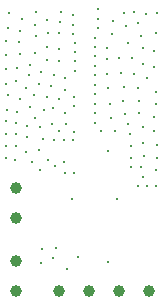
<source format=gbr>
%TF.GenerationSoftware,KiCad,Pcbnew,8.0.4*%
%TF.CreationDate,2024-09-13T17:57:41-07:00*%
%TF.ProjectId,rf-frontend-test,72662d66-726f-46e7-9465-6e642d746573,rev?*%
%TF.SameCoordinates,Original*%
%TF.FileFunction,Plated,1,2,PTH,Drill*%
%TF.FilePolarity,Positive*%
%FSLAX46Y46*%
G04 Gerber Fmt 4.6, Leading zero omitted, Abs format (unit mm)*
G04 Created by KiCad (PCBNEW 8.0.4) date 2024-09-13 17:57:41*
%MOMM*%
%LPD*%
G01*
G04 APERTURE LIST*
%TA.AperFunction,ViaDrill*%
%ADD10C,0.300000*%
%TD*%
%TA.AperFunction,ComponentDrill*%
%ADD11C,1.000000*%
%TD*%
G04 APERTURE END LIST*
D10*
X111400000Y-49300000D03*
X111400000Y-50500000D03*
X111400000Y-51700000D03*
X111400000Y-52900000D03*
X111400000Y-56100000D03*
X111400000Y-57200000D03*
X111400000Y-58200000D03*
X111400000Y-59200000D03*
X111500000Y-55100000D03*
X111600000Y-48200000D03*
X111600000Y-53900000D03*
X111700000Y-46900000D03*
X112200000Y-59400000D03*
X112300000Y-52700000D03*
X112300000Y-56200000D03*
X112300000Y-57200000D03*
X112300000Y-58200000D03*
X112400000Y-51600000D03*
X112400000Y-55300000D03*
X112500000Y-49400000D03*
X112600000Y-50400000D03*
X112600000Y-54200000D03*
X112618085Y-48436976D03*
X112800000Y-47400000D03*
X113100000Y-53300000D03*
X113100000Y-58700000D03*
X113200000Y-56500000D03*
X113200000Y-57400000D03*
X113400000Y-52200000D03*
X113500000Y-51300000D03*
X113500000Y-54900000D03*
X113600000Y-59500000D03*
X113800000Y-53900000D03*
X113900000Y-47900000D03*
X113900000Y-50300000D03*
X113900000Y-55800000D03*
X114000000Y-46800000D03*
X114000000Y-48900000D03*
X114200000Y-52900000D03*
X114200000Y-58500000D03*
X114300000Y-56600000D03*
X114300000Y-60200000D03*
X114400000Y-51900000D03*
X114400000Y-68100000D03*
X114500000Y-66900000D03*
X114600000Y-57600000D03*
X114623869Y-55154018D03*
X114900000Y-47500000D03*
X114900000Y-49800000D03*
X114900000Y-50900000D03*
X114900000Y-54000000D03*
X115000000Y-48600000D03*
X115000000Y-59400000D03*
X115200000Y-53100000D03*
X115300000Y-56300000D03*
X115400000Y-55000000D03*
X115400000Y-67700000D03*
X115500000Y-52200000D03*
X115500000Y-57700000D03*
X115600000Y-59900000D03*
X115700000Y-66800000D03*
X115900000Y-48600000D03*
X115900000Y-50000000D03*
X115900000Y-51000000D03*
X115900000Y-54200000D03*
X115900000Y-56900000D03*
X116000000Y-47700000D03*
X116100000Y-46800000D03*
X116300000Y-57700000D03*
X116300000Y-59500000D03*
X116400000Y-52400000D03*
X116400000Y-53400000D03*
X116400000Y-55400000D03*
X116400000Y-60500000D03*
X116500000Y-56300000D03*
X116600000Y-68600000D03*
X117000000Y-62700000D03*
X117100000Y-47100000D03*
X117100000Y-47900000D03*
X117100000Y-48700000D03*
X117100000Y-57700000D03*
X117200000Y-54000000D03*
X117200000Y-54800000D03*
X117200000Y-57000000D03*
X117200000Y-60500000D03*
X117300000Y-49500000D03*
X117300000Y-50200000D03*
X117300000Y-51000000D03*
X117300000Y-51800000D03*
X117500000Y-67600000D03*
X119000000Y-49000000D03*
X119000000Y-49800000D03*
X119000000Y-50600000D03*
X119000000Y-51400000D03*
X119000000Y-52200000D03*
X119000000Y-53000000D03*
X119000000Y-53800000D03*
X119000000Y-54600000D03*
X119000000Y-55400000D03*
X119000000Y-56200000D03*
X119200000Y-46600000D03*
X119200000Y-47400000D03*
X119200000Y-48200000D03*
X119500000Y-56880000D03*
X120000000Y-49900000D03*
X120000000Y-50800000D03*
X120000000Y-52100000D03*
X120100000Y-53300000D03*
X120100000Y-58600000D03*
X120100000Y-68000000D03*
X120200000Y-54600000D03*
X120300000Y-55800000D03*
X120400000Y-48700000D03*
X120500000Y-47600000D03*
X120700000Y-56880000D03*
X120800000Y-62700000D03*
X121000000Y-50700000D03*
X121200000Y-52000000D03*
X121300000Y-54400000D03*
X121400000Y-46900000D03*
X121400000Y-53200000D03*
X121500000Y-55500000D03*
X121600000Y-48000000D03*
X121800000Y-49500000D03*
X121800000Y-56300000D03*
X121900000Y-57200000D03*
X122000000Y-58200000D03*
X122000000Y-59200000D03*
X122000000Y-60000000D03*
X122100000Y-50700000D03*
X122300000Y-46800000D03*
X122300000Y-52100000D03*
X122600000Y-53300000D03*
X122600000Y-61600000D03*
X122637757Y-47806076D03*
X122700000Y-54400000D03*
X122700000Y-55400000D03*
X122900000Y-48900000D03*
X122900000Y-60000000D03*
X123000000Y-49900000D03*
X123000000Y-51200000D03*
X123000000Y-56600000D03*
X123000000Y-57900000D03*
X123000000Y-60800000D03*
X123100000Y-59000000D03*
X123300000Y-47000000D03*
X123400000Y-52400000D03*
X123400000Y-61600000D03*
X124000000Y-50100000D03*
X124000000Y-51500000D03*
X124000000Y-55700000D03*
X124000000Y-56900000D03*
X124100000Y-53600000D03*
X124100000Y-54600000D03*
X124100000Y-60200000D03*
X124100000Y-61600000D03*
X124117044Y-48615904D03*
X124200000Y-46900000D03*
X124200000Y-58100000D03*
X124200000Y-59200000D03*
D11*
%TO.C,J1*%
X112280000Y-67905000D03*
X112280000Y-70445000D03*
%TO.C,J3*%
X112290000Y-61725000D03*
X112290000Y-64265000D03*
%TO.C,J2*%
X115900000Y-70440000D03*
X118440000Y-70440000D03*
X120980000Y-70440000D03*
X123520000Y-70440000D03*
M02*

</source>
